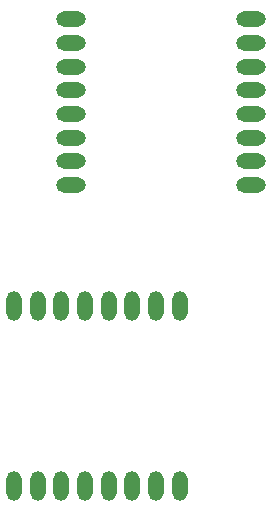
<source format=gbr>
%TF.GenerationSoftware,KiCad,Pcbnew,(6.0.0-0)*%
%TF.CreationDate,2022-07-24T14:36:37-07:00*%
%TF.ProjectId,ESP12_Harness,45535031-325f-4486-9172-6e6573732e6b,rev?*%
%TF.SameCoordinates,Original*%
%TF.FileFunction,Soldermask,Bot*%
%TF.FilePolarity,Negative*%
%FSLAX46Y46*%
G04 Gerber Fmt 4.6, Leading zero omitted, Abs format (unit mm)*
G04 Created by KiCad (PCBNEW (6.0.0-0)) date 2022-07-24 14:36:37*
%MOMM*%
%LPD*%
G01*
G04 APERTURE LIST*
%ADD10O,2.517600X1.309600*%
%ADD11O,1.309600X2.517600*%
G04 APERTURE END LIST*
D10*
%TO.C,POGO-ESP-12*%
X-33296700Y-18453100D03*
X-18088700Y-4453100D03*
X-18088700Y-6453100D03*
X-33296700Y-4453100D03*
X-33296700Y-10453100D03*
X-18088700Y-16453100D03*
X-33296700Y-12453100D03*
X-33296700Y-16453100D03*
X-33296700Y-14453100D03*
X-18088700Y-10453100D03*
X-18088700Y-8453100D03*
X-18088700Y-14453100D03*
X-18088700Y-12453100D03*
X-18088700Y-18453100D03*
X-33296700Y-8453100D03*
X-33296700Y-6453100D03*
%TD*%
D11*
%TO.C,WEMOS-D1*%
X-26145200Y-43946600D03*
X-28145200Y-43946600D03*
X-38145200Y-28738600D03*
X-32145200Y-28738600D03*
X-34145200Y-28738600D03*
X-28145200Y-28738600D03*
X-30145200Y-28738600D03*
X-34145200Y-43946600D03*
X-36145200Y-43946600D03*
X-32145200Y-43946600D03*
X-36145200Y-28738600D03*
X-30145200Y-43946600D03*
X-24145200Y-43946600D03*
X-26145200Y-28738600D03*
X-24145200Y-28738600D03*
X-38145200Y-43946600D03*
%TD*%
M02*

</source>
